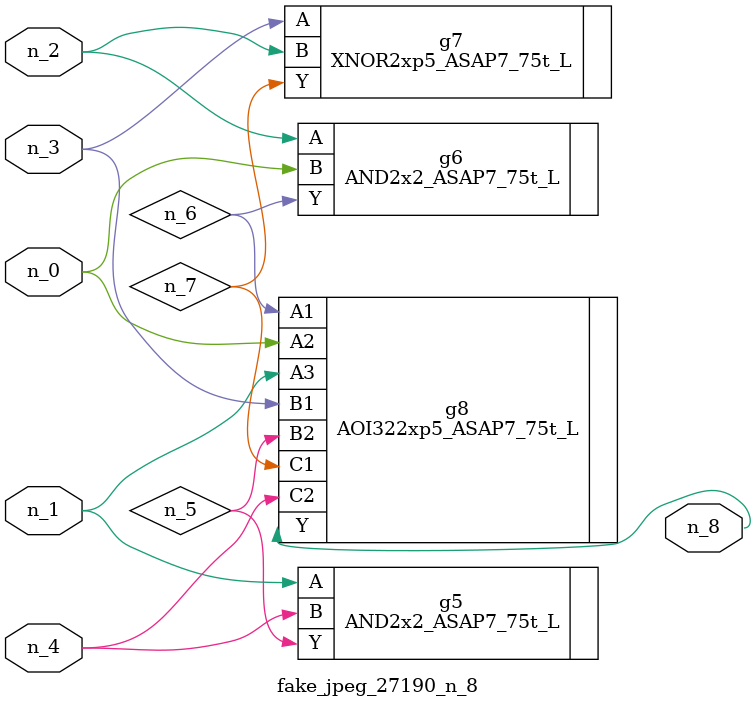
<source format=v>
module fake_jpeg_27190_n_8 (n_3, n_2, n_1, n_0, n_4, n_8);

input n_3;
input n_2;
input n_1;
input n_0;
input n_4;

output n_8;

wire n_6;
wire n_5;
wire n_7;

AND2x2_ASAP7_75t_L g5 ( 
.A(n_1),
.B(n_4),
.Y(n_5)
);

AND2x2_ASAP7_75t_L g6 ( 
.A(n_2),
.B(n_0),
.Y(n_6)
);

XNOR2xp5_ASAP7_75t_L g7 ( 
.A(n_3),
.B(n_2),
.Y(n_7)
);

AOI322xp5_ASAP7_75t_L g8 ( 
.A1(n_6),
.A2(n_0),
.A3(n_1),
.B1(n_3),
.B2(n_5),
.C1(n_7),
.C2(n_4),
.Y(n_8)
);


endmodule
</source>
